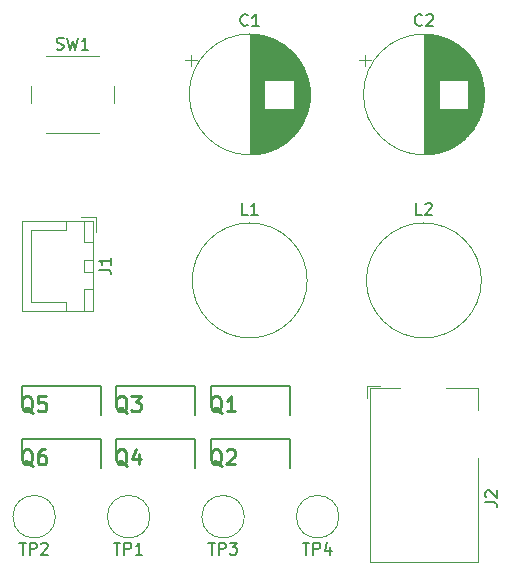
<source format=gto>
G04 #@! TF.GenerationSoftware,KiCad,Pcbnew,(5.1.5)-3*
G04 #@! TF.CreationDate,2020-03-31T15:27:33+09:00*
G04 #@! TF.ProjectId,CAL_V_Simulation_circuit,43414c5f-565f-4536-996d-756c6174696f,rev?*
G04 #@! TF.SameCoordinates,Original*
G04 #@! TF.FileFunction,Legend,Top*
G04 #@! TF.FilePolarity,Positive*
%FSLAX46Y46*%
G04 Gerber Fmt 4.6, Leading zero omitted, Abs format (unit mm)*
G04 Created by KiCad (PCBNEW (5.1.5)-3) date 2020-03-31 15:27:33*
%MOMM*%
%LPD*%
G04 APERTURE LIST*
%ADD10C,0.120000*%
%ADD11C,0.200000*%
%ADD12C,0.150000*%
%ADD13C,0.254000*%
G04 APERTURE END LIST*
D10*
X100370000Y-125000000D02*
G75*
G03X100370000Y-125000000I-4870000J0D01*
G01*
X75770354Y-105875000D02*
X75770354Y-106875000D01*
X75270354Y-106375000D02*
X76270354Y-106375000D01*
X85831000Y-108651000D02*
X85831000Y-109849000D01*
X85791000Y-108388000D02*
X85791000Y-110112000D01*
X85751000Y-108188000D02*
X85751000Y-110312000D01*
X85711000Y-108020000D02*
X85711000Y-110480000D01*
X85671000Y-107872000D02*
X85671000Y-110628000D01*
X85631000Y-107740000D02*
X85631000Y-110760000D01*
X85591000Y-107620000D02*
X85591000Y-110880000D01*
X85551000Y-107508000D02*
X85551000Y-110992000D01*
X85511000Y-107404000D02*
X85511000Y-111096000D01*
X85471000Y-107306000D02*
X85471000Y-111194000D01*
X85431000Y-107213000D02*
X85431000Y-111287000D01*
X85391000Y-107125000D02*
X85391000Y-111375000D01*
X85351000Y-107041000D02*
X85351000Y-111459000D01*
X85311000Y-106961000D02*
X85311000Y-111539000D01*
X85271000Y-106885000D02*
X85271000Y-111615000D01*
X85231000Y-106811000D02*
X85231000Y-111689000D01*
X85191000Y-106740000D02*
X85191000Y-111760000D01*
X85151000Y-106671000D02*
X85151000Y-111829000D01*
X85111000Y-106605000D02*
X85111000Y-111895000D01*
X85071000Y-106541000D02*
X85071000Y-111959000D01*
X85031000Y-106480000D02*
X85031000Y-112020000D01*
X84991000Y-106420000D02*
X84991000Y-112080000D01*
X84951000Y-106361000D02*
X84951000Y-112139000D01*
X84911000Y-106305000D02*
X84911000Y-112195000D01*
X84871000Y-106250000D02*
X84871000Y-112250000D01*
X84831000Y-106196000D02*
X84831000Y-112304000D01*
X84791000Y-106144000D02*
X84791000Y-112356000D01*
X84751000Y-106094000D02*
X84751000Y-112406000D01*
X84711000Y-106044000D02*
X84711000Y-112456000D01*
X84671000Y-105996000D02*
X84671000Y-112504000D01*
X84631000Y-105949000D02*
X84631000Y-112551000D01*
X84591000Y-105903000D02*
X84591000Y-112597000D01*
X84551000Y-105858000D02*
X84551000Y-112642000D01*
X84511000Y-105814000D02*
X84511000Y-112686000D01*
X84471000Y-110491000D02*
X84471000Y-112728000D01*
X84471000Y-105772000D02*
X84471000Y-108009000D01*
X84431000Y-110491000D02*
X84431000Y-112770000D01*
X84431000Y-105730000D02*
X84431000Y-108009000D01*
X84391000Y-110491000D02*
X84391000Y-112811000D01*
X84391000Y-105689000D02*
X84391000Y-108009000D01*
X84351000Y-110491000D02*
X84351000Y-112851000D01*
X84351000Y-105649000D02*
X84351000Y-108009000D01*
X84311000Y-110491000D02*
X84311000Y-112890000D01*
X84311000Y-105610000D02*
X84311000Y-108009000D01*
X84271000Y-110491000D02*
X84271000Y-112929000D01*
X84271000Y-105571000D02*
X84271000Y-108009000D01*
X84231000Y-110491000D02*
X84231000Y-112966000D01*
X84231000Y-105534000D02*
X84231000Y-108009000D01*
X84191000Y-110491000D02*
X84191000Y-113003000D01*
X84191000Y-105497000D02*
X84191000Y-108009000D01*
X84151000Y-110491000D02*
X84151000Y-113039000D01*
X84151000Y-105461000D02*
X84151000Y-108009000D01*
X84111000Y-110491000D02*
X84111000Y-113074000D01*
X84111000Y-105426000D02*
X84111000Y-108009000D01*
X84071000Y-110491000D02*
X84071000Y-113108000D01*
X84071000Y-105392000D02*
X84071000Y-108009000D01*
X84031000Y-110491000D02*
X84031000Y-113142000D01*
X84031000Y-105358000D02*
X84031000Y-108009000D01*
X83991000Y-110491000D02*
X83991000Y-113175000D01*
X83991000Y-105325000D02*
X83991000Y-108009000D01*
X83951000Y-110491000D02*
X83951000Y-113207000D01*
X83951000Y-105293000D02*
X83951000Y-108009000D01*
X83911000Y-110491000D02*
X83911000Y-113239000D01*
X83911000Y-105261000D02*
X83911000Y-108009000D01*
X83871000Y-110491000D02*
X83871000Y-113270000D01*
X83871000Y-105230000D02*
X83871000Y-108009000D01*
X83831000Y-110491000D02*
X83831000Y-113300000D01*
X83831000Y-105200000D02*
X83831000Y-108009000D01*
X83791000Y-110491000D02*
X83791000Y-113330000D01*
X83791000Y-105170000D02*
X83791000Y-108009000D01*
X83751000Y-110491000D02*
X83751000Y-113360000D01*
X83751000Y-105140000D02*
X83751000Y-108009000D01*
X83711000Y-110491000D02*
X83711000Y-113388000D01*
X83711000Y-105112000D02*
X83711000Y-108009000D01*
X83671000Y-110491000D02*
X83671000Y-113416000D01*
X83671000Y-105084000D02*
X83671000Y-108009000D01*
X83631000Y-110491000D02*
X83631000Y-113444000D01*
X83631000Y-105056000D02*
X83631000Y-108009000D01*
X83591000Y-110491000D02*
X83591000Y-113471000D01*
X83591000Y-105029000D02*
X83591000Y-108009000D01*
X83551000Y-110491000D02*
X83551000Y-113497000D01*
X83551000Y-105003000D02*
X83551000Y-108009000D01*
X83511000Y-110491000D02*
X83511000Y-113523000D01*
X83511000Y-104977000D02*
X83511000Y-108009000D01*
X83471000Y-110491000D02*
X83471000Y-113548000D01*
X83471000Y-104952000D02*
X83471000Y-108009000D01*
X83431000Y-110491000D02*
X83431000Y-113573000D01*
X83431000Y-104927000D02*
X83431000Y-108009000D01*
X83391000Y-110491000D02*
X83391000Y-113597000D01*
X83391000Y-104903000D02*
X83391000Y-108009000D01*
X83351000Y-110491000D02*
X83351000Y-113621000D01*
X83351000Y-104879000D02*
X83351000Y-108009000D01*
X83311000Y-110491000D02*
X83311000Y-113645000D01*
X83311000Y-104855000D02*
X83311000Y-108009000D01*
X83271000Y-110491000D02*
X83271000Y-113667000D01*
X83271000Y-104833000D02*
X83271000Y-108009000D01*
X83231000Y-110491000D02*
X83231000Y-113690000D01*
X83231000Y-104810000D02*
X83231000Y-108009000D01*
X83191000Y-110491000D02*
X83191000Y-113712000D01*
X83191000Y-104788000D02*
X83191000Y-108009000D01*
X83151000Y-110491000D02*
X83151000Y-113733000D01*
X83151000Y-104767000D02*
X83151000Y-108009000D01*
X83111000Y-110491000D02*
X83111000Y-113754000D01*
X83111000Y-104746000D02*
X83111000Y-108009000D01*
X83071000Y-110491000D02*
X83071000Y-113775000D01*
X83071000Y-104725000D02*
X83071000Y-108009000D01*
X83031000Y-110491000D02*
X83031000Y-113795000D01*
X83031000Y-104705000D02*
X83031000Y-108009000D01*
X82991000Y-110491000D02*
X82991000Y-113814000D01*
X82991000Y-104686000D02*
X82991000Y-108009000D01*
X82951000Y-110491000D02*
X82951000Y-113834000D01*
X82951000Y-104666000D02*
X82951000Y-108009000D01*
X82911000Y-110491000D02*
X82911000Y-113853000D01*
X82911000Y-104647000D02*
X82911000Y-108009000D01*
X82871000Y-110491000D02*
X82871000Y-113871000D01*
X82871000Y-104629000D02*
X82871000Y-108009000D01*
X82831000Y-110491000D02*
X82831000Y-113889000D01*
X82831000Y-104611000D02*
X82831000Y-108009000D01*
X82791000Y-110491000D02*
X82791000Y-113907000D01*
X82791000Y-104593000D02*
X82791000Y-108009000D01*
X82751000Y-110491000D02*
X82751000Y-113924000D01*
X82751000Y-104576000D02*
X82751000Y-108009000D01*
X82711000Y-110491000D02*
X82711000Y-113940000D01*
X82711000Y-104560000D02*
X82711000Y-108009000D01*
X82671000Y-110491000D02*
X82671000Y-113957000D01*
X82671000Y-104543000D02*
X82671000Y-108009000D01*
X82631000Y-110491000D02*
X82631000Y-113973000D01*
X82631000Y-104527000D02*
X82631000Y-108009000D01*
X82591000Y-110491000D02*
X82591000Y-113988000D01*
X82591000Y-104512000D02*
X82591000Y-108009000D01*
X82551000Y-110491000D02*
X82551000Y-114004000D01*
X82551000Y-104496000D02*
X82551000Y-108009000D01*
X82511000Y-110491000D02*
X82511000Y-114018000D01*
X82511000Y-104482000D02*
X82511000Y-108009000D01*
X82471000Y-110491000D02*
X82471000Y-114033000D01*
X82471000Y-104467000D02*
X82471000Y-108009000D01*
X82431000Y-110491000D02*
X82431000Y-114047000D01*
X82431000Y-104453000D02*
X82431000Y-108009000D01*
X82391000Y-110491000D02*
X82391000Y-114061000D01*
X82391000Y-104439000D02*
X82391000Y-108009000D01*
X82351000Y-110491000D02*
X82351000Y-114074000D01*
X82351000Y-104426000D02*
X82351000Y-108009000D01*
X82311000Y-110491000D02*
X82311000Y-114087000D01*
X82311000Y-104413000D02*
X82311000Y-108009000D01*
X82271000Y-110491000D02*
X82271000Y-114100000D01*
X82271000Y-104400000D02*
X82271000Y-108009000D01*
X82231000Y-110491000D02*
X82231000Y-114112000D01*
X82231000Y-104388000D02*
X82231000Y-108009000D01*
X82191000Y-110491000D02*
X82191000Y-114124000D01*
X82191000Y-104376000D02*
X82191000Y-108009000D01*
X82151000Y-110491000D02*
X82151000Y-114135000D01*
X82151000Y-104365000D02*
X82151000Y-108009000D01*
X82111000Y-110491000D02*
X82111000Y-114147000D01*
X82111000Y-104353000D02*
X82111000Y-108009000D01*
X82071000Y-110491000D02*
X82071000Y-114157000D01*
X82071000Y-104343000D02*
X82071000Y-108009000D01*
X82031000Y-110491000D02*
X82031000Y-114168000D01*
X82031000Y-104332000D02*
X82031000Y-108009000D01*
X81991000Y-104322000D02*
X81991000Y-114178000D01*
X81951000Y-104312000D02*
X81951000Y-114188000D01*
X81911000Y-104303000D02*
X81911000Y-114197000D01*
X81871000Y-104294000D02*
X81871000Y-114206000D01*
X81831000Y-104285000D02*
X81831000Y-114215000D01*
X81791000Y-104276000D02*
X81791000Y-114224000D01*
X81751000Y-104268000D02*
X81751000Y-114232000D01*
X81711000Y-104260000D02*
X81711000Y-114240000D01*
X81671000Y-104253000D02*
X81671000Y-114247000D01*
X81631000Y-104246000D02*
X81631000Y-114254000D01*
X81591000Y-104239000D02*
X81591000Y-114261000D01*
X81551000Y-104232000D02*
X81551000Y-114268000D01*
X81511000Y-104226000D02*
X81511000Y-114274000D01*
X81471000Y-104220000D02*
X81471000Y-114280000D01*
X81430000Y-104215000D02*
X81430000Y-114285000D01*
X81390000Y-104210000D02*
X81390000Y-114290000D01*
X81350000Y-104205000D02*
X81350000Y-114295000D01*
X81310000Y-104200000D02*
X81310000Y-114300000D01*
X81270000Y-104196000D02*
X81270000Y-114304000D01*
X81230000Y-104192000D02*
X81230000Y-114308000D01*
X81190000Y-104188000D02*
X81190000Y-114312000D01*
X81150000Y-104185000D02*
X81150000Y-114315000D01*
X81110000Y-104182000D02*
X81110000Y-114318000D01*
X81070000Y-104180000D02*
X81070000Y-114320000D01*
X81030000Y-104177000D02*
X81030000Y-114323000D01*
X80990000Y-104175000D02*
X80990000Y-114325000D01*
X80950000Y-104173000D02*
X80950000Y-114327000D01*
X80910000Y-104172000D02*
X80910000Y-114328000D01*
X80870000Y-104171000D02*
X80870000Y-114329000D01*
X80830000Y-104170000D02*
X80830000Y-114330000D01*
X80790000Y-104170000D02*
X80790000Y-114330000D01*
X80750000Y-104170000D02*
X80750000Y-114330000D01*
X85870000Y-109250000D02*
G75*
G03X85870000Y-109250000I-5120000J0D01*
G01*
X100620000Y-109250000D02*
G75*
G03X100620000Y-109250000I-5120000J0D01*
G01*
X95500000Y-104170000D02*
X95500000Y-114330000D01*
X95540000Y-104170000D02*
X95540000Y-114330000D01*
X95580000Y-104170000D02*
X95580000Y-114330000D01*
X95620000Y-104171000D02*
X95620000Y-114329000D01*
X95660000Y-104172000D02*
X95660000Y-114328000D01*
X95700000Y-104173000D02*
X95700000Y-114327000D01*
X95740000Y-104175000D02*
X95740000Y-114325000D01*
X95780000Y-104177000D02*
X95780000Y-114323000D01*
X95820000Y-104180000D02*
X95820000Y-114320000D01*
X95860000Y-104182000D02*
X95860000Y-114318000D01*
X95900000Y-104185000D02*
X95900000Y-114315000D01*
X95940000Y-104188000D02*
X95940000Y-114312000D01*
X95980000Y-104192000D02*
X95980000Y-114308000D01*
X96020000Y-104196000D02*
X96020000Y-114304000D01*
X96060000Y-104200000D02*
X96060000Y-114300000D01*
X96100000Y-104205000D02*
X96100000Y-114295000D01*
X96140000Y-104210000D02*
X96140000Y-114290000D01*
X96180000Y-104215000D02*
X96180000Y-114285000D01*
X96221000Y-104220000D02*
X96221000Y-114280000D01*
X96261000Y-104226000D02*
X96261000Y-114274000D01*
X96301000Y-104232000D02*
X96301000Y-114268000D01*
X96341000Y-104239000D02*
X96341000Y-114261000D01*
X96381000Y-104246000D02*
X96381000Y-114254000D01*
X96421000Y-104253000D02*
X96421000Y-114247000D01*
X96461000Y-104260000D02*
X96461000Y-114240000D01*
X96501000Y-104268000D02*
X96501000Y-114232000D01*
X96541000Y-104276000D02*
X96541000Y-114224000D01*
X96581000Y-104285000D02*
X96581000Y-114215000D01*
X96621000Y-104294000D02*
X96621000Y-114206000D01*
X96661000Y-104303000D02*
X96661000Y-114197000D01*
X96701000Y-104312000D02*
X96701000Y-114188000D01*
X96741000Y-104322000D02*
X96741000Y-114178000D01*
X96781000Y-104332000D02*
X96781000Y-108009000D01*
X96781000Y-110491000D02*
X96781000Y-114168000D01*
X96821000Y-104343000D02*
X96821000Y-108009000D01*
X96821000Y-110491000D02*
X96821000Y-114157000D01*
X96861000Y-104353000D02*
X96861000Y-108009000D01*
X96861000Y-110491000D02*
X96861000Y-114147000D01*
X96901000Y-104365000D02*
X96901000Y-108009000D01*
X96901000Y-110491000D02*
X96901000Y-114135000D01*
X96941000Y-104376000D02*
X96941000Y-108009000D01*
X96941000Y-110491000D02*
X96941000Y-114124000D01*
X96981000Y-104388000D02*
X96981000Y-108009000D01*
X96981000Y-110491000D02*
X96981000Y-114112000D01*
X97021000Y-104400000D02*
X97021000Y-108009000D01*
X97021000Y-110491000D02*
X97021000Y-114100000D01*
X97061000Y-104413000D02*
X97061000Y-108009000D01*
X97061000Y-110491000D02*
X97061000Y-114087000D01*
X97101000Y-104426000D02*
X97101000Y-108009000D01*
X97101000Y-110491000D02*
X97101000Y-114074000D01*
X97141000Y-104439000D02*
X97141000Y-108009000D01*
X97141000Y-110491000D02*
X97141000Y-114061000D01*
X97181000Y-104453000D02*
X97181000Y-108009000D01*
X97181000Y-110491000D02*
X97181000Y-114047000D01*
X97221000Y-104467000D02*
X97221000Y-108009000D01*
X97221000Y-110491000D02*
X97221000Y-114033000D01*
X97261000Y-104482000D02*
X97261000Y-108009000D01*
X97261000Y-110491000D02*
X97261000Y-114018000D01*
X97301000Y-104496000D02*
X97301000Y-108009000D01*
X97301000Y-110491000D02*
X97301000Y-114004000D01*
X97341000Y-104512000D02*
X97341000Y-108009000D01*
X97341000Y-110491000D02*
X97341000Y-113988000D01*
X97381000Y-104527000D02*
X97381000Y-108009000D01*
X97381000Y-110491000D02*
X97381000Y-113973000D01*
X97421000Y-104543000D02*
X97421000Y-108009000D01*
X97421000Y-110491000D02*
X97421000Y-113957000D01*
X97461000Y-104560000D02*
X97461000Y-108009000D01*
X97461000Y-110491000D02*
X97461000Y-113940000D01*
X97501000Y-104576000D02*
X97501000Y-108009000D01*
X97501000Y-110491000D02*
X97501000Y-113924000D01*
X97541000Y-104593000D02*
X97541000Y-108009000D01*
X97541000Y-110491000D02*
X97541000Y-113907000D01*
X97581000Y-104611000D02*
X97581000Y-108009000D01*
X97581000Y-110491000D02*
X97581000Y-113889000D01*
X97621000Y-104629000D02*
X97621000Y-108009000D01*
X97621000Y-110491000D02*
X97621000Y-113871000D01*
X97661000Y-104647000D02*
X97661000Y-108009000D01*
X97661000Y-110491000D02*
X97661000Y-113853000D01*
X97701000Y-104666000D02*
X97701000Y-108009000D01*
X97701000Y-110491000D02*
X97701000Y-113834000D01*
X97741000Y-104686000D02*
X97741000Y-108009000D01*
X97741000Y-110491000D02*
X97741000Y-113814000D01*
X97781000Y-104705000D02*
X97781000Y-108009000D01*
X97781000Y-110491000D02*
X97781000Y-113795000D01*
X97821000Y-104725000D02*
X97821000Y-108009000D01*
X97821000Y-110491000D02*
X97821000Y-113775000D01*
X97861000Y-104746000D02*
X97861000Y-108009000D01*
X97861000Y-110491000D02*
X97861000Y-113754000D01*
X97901000Y-104767000D02*
X97901000Y-108009000D01*
X97901000Y-110491000D02*
X97901000Y-113733000D01*
X97941000Y-104788000D02*
X97941000Y-108009000D01*
X97941000Y-110491000D02*
X97941000Y-113712000D01*
X97981000Y-104810000D02*
X97981000Y-108009000D01*
X97981000Y-110491000D02*
X97981000Y-113690000D01*
X98021000Y-104833000D02*
X98021000Y-108009000D01*
X98021000Y-110491000D02*
X98021000Y-113667000D01*
X98061000Y-104855000D02*
X98061000Y-108009000D01*
X98061000Y-110491000D02*
X98061000Y-113645000D01*
X98101000Y-104879000D02*
X98101000Y-108009000D01*
X98101000Y-110491000D02*
X98101000Y-113621000D01*
X98141000Y-104903000D02*
X98141000Y-108009000D01*
X98141000Y-110491000D02*
X98141000Y-113597000D01*
X98181000Y-104927000D02*
X98181000Y-108009000D01*
X98181000Y-110491000D02*
X98181000Y-113573000D01*
X98221000Y-104952000D02*
X98221000Y-108009000D01*
X98221000Y-110491000D02*
X98221000Y-113548000D01*
X98261000Y-104977000D02*
X98261000Y-108009000D01*
X98261000Y-110491000D02*
X98261000Y-113523000D01*
X98301000Y-105003000D02*
X98301000Y-108009000D01*
X98301000Y-110491000D02*
X98301000Y-113497000D01*
X98341000Y-105029000D02*
X98341000Y-108009000D01*
X98341000Y-110491000D02*
X98341000Y-113471000D01*
X98381000Y-105056000D02*
X98381000Y-108009000D01*
X98381000Y-110491000D02*
X98381000Y-113444000D01*
X98421000Y-105084000D02*
X98421000Y-108009000D01*
X98421000Y-110491000D02*
X98421000Y-113416000D01*
X98461000Y-105112000D02*
X98461000Y-108009000D01*
X98461000Y-110491000D02*
X98461000Y-113388000D01*
X98501000Y-105140000D02*
X98501000Y-108009000D01*
X98501000Y-110491000D02*
X98501000Y-113360000D01*
X98541000Y-105170000D02*
X98541000Y-108009000D01*
X98541000Y-110491000D02*
X98541000Y-113330000D01*
X98581000Y-105200000D02*
X98581000Y-108009000D01*
X98581000Y-110491000D02*
X98581000Y-113300000D01*
X98621000Y-105230000D02*
X98621000Y-108009000D01*
X98621000Y-110491000D02*
X98621000Y-113270000D01*
X98661000Y-105261000D02*
X98661000Y-108009000D01*
X98661000Y-110491000D02*
X98661000Y-113239000D01*
X98701000Y-105293000D02*
X98701000Y-108009000D01*
X98701000Y-110491000D02*
X98701000Y-113207000D01*
X98741000Y-105325000D02*
X98741000Y-108009000D01*
X98741000Y-110491000D02*
X98741000Y-113175000D01*
X98781000Y-105358000D02*
X98781000Y-108009000D01*
X98781000Y-110491000D02*
X98781000Y-113142000D01*
X98821000Y-105392000D02*
X98821000Y-108009000D01*
X98821000Y-110491000D02*
X98821000Y-113108000D01*
X98861000Y-105426000D02*
X98861000Y-108009000D01*
X98861000Y-110491000D02*
X98861000Y-113074000D01*
X98901000Y-105461000D02*
X98901000Y-108009000D01*
X98901000Y-110491000D02*
X98901000Y-113039000D01*
X98941000Y-105497000D02*
X98941000Y-108009000D01*
X98941000Y-110491000D02*
X98941000Y-113003000D01*
X98981000Y-105534000D02*
X98981000Y-108009000D01*
X98981000Y-110491000D02*
X98981000Y-112966000D01*
X99021000Y-105571000D02*
X99021000Y-108009000D01*
X99021000Y-110491000D02*
X99021000Y-112929000D01*
X99061000Y-105610000D02*
X99061000Y-108009000D01*
X99061000Y-110491000D02*
X99061000Y-112890000D01*
X99101000Y-105649000D02*
X99101000Y-108009000D01*
X99101000Y-110491000D02*
X99101000Y-112851000D01*
X99141000Y-105689000D02*
X99141000Y-108009000D01*
X99141000Y-110491000D02*
X99141000Y-112811000D01*
X99181000Y-105730000D02*
X99181000Y-108009000D01*
X99181000Y-110491000D02*
X99181000Y-112770000D01*
X99221000Y-105772000D02*
X99221000Y-108009000D01*
X99221000Y-110491000D02*
X99221000Y-112728000D01*
X99261000Y-105814000D02*
X99261000Y-112686000D01*
X99301000Y-105858000D02*
X99301000Y-112642000D01*
X99341000Y-105903000D02*
X99341000Y-112597000D01*
X99381000Y-105949000D02*
X99381000Y-112551000D01*
X99421000Y-105996000D02*
X99421000Y-112504000D01*
X99461000Y-106044000D02*
X99461000Y-112456000D01*
X99501000Y-106094000D02*
X99501000Y-112406000D01*
X99541000Y-106144000D02*
X99541000Y-112356000D01*
X99581000Y-106196000D02*
X99581000Y-112304000D01*
X99621000Y-106250000D02*
X99621000Y-112250000D01*
X99661000Y-106305000D02*
X99661000Y-112195000D01*
X99701000Y-106361000D02*
X99701000Y-112139000D01*
X99741000Y-106420000D02*
X99741000Y-112080000D01*
X99781000Y-106480000D02*
X99781000Y-112020000D01*
X99821000Y-106541000D02*
X99821000Y-111959000D01*
X99861000Y-106605000D02*
X99861000Y-111895000D01*
X99901000Y-106671000D02*
X99901000Y-111829000D01*
X99941000Y-106740000D02*
X99941000Y-111760000D01*
X99981000Y-106811000D02*
X99981000Y-111689000D01*
X100021000Y-106885000D02*
X100021000Y-111615000D01*
X100061000Y-106961000D02*
X100061000Y-111539000D01*
X100101000Y-107041000D02*
X100101000Y-111459000D01*
X100141000Y-107125000D02*
X100141000Y-111375000D01*
X100181000Y-107213000D02*
X100181000Y-111287000D01*
X100221000Y-107306000D02*
X100221000Y-111194000D01*
X100261000Y-107404000D02*
X100261000Y-111096000D01*
X100301000Y-107508000D02*
X100301000Y-110992000D01*
X100341000Y-107620000D02*
X100341000Y-110880000D01*
X100381000Y-107740000D02*
X100381000Y-110760000D01*
X100421000Y-107872000D02*
X100421000Y-110628000D01*
X100461000Y-108020000D02*
X100461000Y-110480000D01*
X100501000Y-108188000D02*
X100501000Y-110312000D01*
X100541000Y-108388000D02*
X100541000Y-110112000D01*
X100581000Y-108651000D02*
X100581000Y-109849000D01*
X90020354Y-106375000D02*
X91020354Y-106375000D01*
X90520354Y-105875000D02*
X90520354Y-106875000D01*
X67460000Y-119940000D02*
X61490000Y-119940000D01*
X61490000Y-119940000D02*
X61490000Y-127560000D01*
X61490000Y-127560000D02*
X67460000Y-127560000D01*
X67460000Y-127560000D02*
X67460000Y-119940000D01*
X67450000Y-123250000D02*
X66700000Y-123250000D01*
X66700000Y-123250000D02*
X66700000Y-124250000D01*
X66700000Y-124250000D02*
X67450000Y-124250000D01*
X67450000Y-124250000D02*
X67450000Y-123250000D01*
X67450000Y-119950000D02*
X66700000Y-119950000D01*
X66700000Y-119950000D02*
X66700000Y-121750000D01*
X66700000Y-121750000D02*
X67450000Y-121750000D01*
X67450000Y-121750000D02*
X67450000Y-119950000D01*
X67450000Y-125750000D02*
X66700000Y-125750000D01*
X66700000Y-125750000D02*
X66700000Y-127550000D01*
X66700000Y-127550000D02*
X67450000Y-127550000D01*
X67450000Y-127550000D02*
X67450000Y-125750000D01*
X65200000Y-119950000D02*
X65200000Y-120700000D01*
X65200000Y-120700000D02*
X62250000Y-120700000D01*
X62250000Y-120700000D02*
X62250000Y-123750000D01*
X65200000Y-127550000D02*
X65200000Y-126800000D01*
X65200000Y-126800000D02*
X62250000Y-126800000D01*
X62250000Y-126800000D02*
X62250000Y-123750000D01*
X67750000Y-120900000D02*
X67750000Y-119650000D01*
X67750000Y-119650000D02*
X66500000Y-119650000D01*
X91750000Y-133900000D02*
X90700000Y-133900000D01*
X90700000Y-134950000D02*
X90700000Y-133900000D01*
X100100000Y-140000000D02*
X100100000Y-148800000D01*
X100100000Y-148800000D02*
X90900000Y-148800000D01*
X97400000Y-134100000D02*
X100100000Y-134100000D01*
X100100000Y-134100000D02*
X100100000Y-136000000D01*
X90900000Y-148800000D02*
X90900000Y-134100000D01*
X90900000Y-134100000D02*
X93500000Y-134100000D01*
X85620000Y-125000000D02*
G75*
G03X85620000Y-125000000I-4870000J0D01*
G01*
D11*
X84150000Y-136400000D02*
X84150000Y-133900000D01*
X84150000Y-133900000D02*
X77450000Y-133900000D01*
X77450000Y-133900000D02*
X77450000Y-135500000D01*
X84150000Y-140900000D02*
X84150000Y-138400000D01*
X84150000Y-138400000D02*
X77450000Y-138400000D01*
X77450000Y-138400000D02*
X77450000Y-140000000D01*
X69450000Y-133900000D02*
X69450000Y-135500000D01*
X76150000Y-133900000D02*
X69450000Y-133900000D01*
X76150000Y-136400000D02*
X76150000Y-133900000D01*
X69450000Y-138400000D02*
X69450000Y-140000000D01*
X76150000Y-138400000D02*
X69450000Y-138400000D01*
X76150000Y-140900000D02*
X76150000Y-138400000D01*
X68150000Y-136400000D02*
X68150000Y-133900000D01*
X68150000Y-133900000D02*
X61450000Y-133900000D01*
X61450000Y-133900000D02*
X61450000Y-135500000D01*
X61450000Y-138400000D02*
X61450000Y-140000000D01*
X68150000Y-138400000D02*
X61450000Y-138400000D01*
X68150000Y-140900000D02*
X68150000Y-138400000D01*
D10*
X63500000Y-112500000D02*
X68000000Y-112500000D01*
X62250000Y-108500000D02*
X62250000Y-110000000D01*
X68000000Y-106000000D02*
X63500000Y-106000000D01*
X69250000Y-110000000D02*
X69250000Y-108500000D01*
X72300000Y-145000000D02*
G75*
G03X72300000Y-145000000I-1800000J0D01*
G01*
X64300000Y-145000000D02*
G75*
G03X64300000Y-145000000I-1800000J0D01*
G01*
X80300000Y-145000000D02*
G75*
G03X80300000Y-145000000I-1800000J0D01*
G01*
X88300000Y-145000000D02*
G75*
G03X88300000Y-145000000I-1800000J0D01*
G01*
D12*
X95333333Y-119452380D02*
X94857142Y-119452380D01*
X94857142Y-118452380D01*
X95619047Y-118547619D02*
X95666666Y-118500000D01*
X95761904Y-118452380D01*
X96000000Y-118452380D01*
X96095238Y-118500000D01*
X96142857Y-118547619D01*
X96190476Y-118642857D01*
X96190476Y-118738095D01*
X96142857Y-118880952D01*
X95571428Y-119452380D01*
X96190476Y-119452380D01*
X80583333Y-103357142D02*
X80535714Y-103404761D01*
X80392857Y-103452380D01*
X80297619Y-103452380D01*
X80154761Y-103404761D01*
X80059523Y-103309523D01*
X80011904Y-103214285D01*
X79964285Y-103023809D01*
X79964285Y-102880952D01*
X80011904Y-102690476D01*
X80059523Y-102595238D01*
X80154761Y-102500000D01*
X80297619Y-102452380D01*
X80392857Y-102452380D01*
X80535714Y-102500000D01*
X80583333Y-102547619D01*
X81535714Y-103452380D02*
X80964285Y-103452380D01*
X81250000Y-103452380D02*
X81250000Y-102452380D01*
X81154761Y-102595238D01*
X81059523Y-102690476D01*
X80964285Y-102738095D01*
X95333333Y-103357142D02*
X95285714Y-103404761D01*
X95142857Y-103452380D01*
X95047619Y-103452380D01*
X94904761Y-103404761D01*
X94809523Y-103309523D01*
X94761904Y-103214285D01*
X94714285Y-103023809D01*
X94714285Y-102880952D01*
X94761904Y-102690476D01*
X94809523Y-102595238D01*
X94904761Y-102500000D01*
X95047619Y-102452380D01*
X95142857Y-102452380D01*
X95285714Y-102500000D01*
X95333333Y-102547619D01*
X95714285Y-102547619D02*
X95761904Y-102500000D01*
X95857142Y-102452380D01*
X96095238Y-102452380D01*
X96190476Y-102500000D01*
X96238095Y-102547619D01*
X96285714Y-102642857D01*
X96285714Y-102738095D01*
X96238095Y-102880952D01*
X95666666Y-103452380D01*
X96285714Y-103452380D01*
X68002380Y-124083333D02*
X68716666Y-124083333D01*
X68859523Y-124130952D01*
X68954761Y-124226190D01*
X69002380Y-124369047D01*
X69002380Y-124464285D01*
X69002380Y-123083333D02*
X69002380Y-123654761D01*
X69002380Y-123369047D02*
X68002380Y-123369047D01*
X68145238Y-123464285D01*
X68240476Y-123559523D01*
X68288095Y-123654761D01*
X100702380Y-143783333D02*
X101416666Y-143783333D01*
X101559523Y-143830952D01*
X101654761Y-143926190D01*
X101702380Y-144069047D01*
X101702380Y-144164285D01*
X100797619Y-143354761D02*
X100750000Y-143307142D01*
X100702380Y-143211904D01*
X100702380Y-142973809D01*
X100750000Y-142878571D01*
X100797619Y-142830952D01*
X100892857Y-142783333D01*
X100988095Y-142783333D01*
X101130952Y-142830952D01*
X101702380Y-143402380D01*
X101702380Y-142783333D01*
X80583333Y-119452380D02*
X80107142Y-119452380D01*
X80107142Y-118452380D01*
X81440476Y-119452380D02*
X80869047Y-119452380D01*
X81154761Y-119452380D02*
X81154761Y-118452380D01*
X81059523Y-118595238D01*
X80964285Y-118690476D01*
X80869047Y-118738095D01*
D13*
X78379047Y-136195476D02*
X78258095Y-136135000D01*
X78137142Y-136014047D01*
X77955714Y-135832619D01*
X77834761Y-135772142D01*
X77713809Y-135772142D01*
X77774285Y-136074523D02*
X77653333Y-136014047D01*
X77532380Y-135893095D01*
X77471904Y-135651190D01*
X77471904Y-135227857D01*
X77532380Y-134985952D01*
X77653333Y-134865000D01*
X77774285Y-134804523D01*
X78016190Y-134804523D01*
X78137142Y-134865000D01*
X78258095Y-134985952D01*
X78318571Y-135227857D01*
X78318571Y-135651190D01*
X78258095Y-135893095D01*
X78137142Y-136014047D01*
X78016190Y-136074523D01*
X77774285Y-136074523D01*
X79528095Y-136074523D02*
X78802380Y-136074523D01*
X79165238Y-136074523D02*
X79165238Y-134804523D01*
X79044285Y-134985952D01*
X78923333Y-135106904D01*
X78802380Y-135167380D01*
X78379047Y-140695476D02*
X78258095Y-140635000D01*
X78137142Y-140514047D01*
X77955714Y-140332619D01*
X77834761Y-140272142D01*
X77713809Y-140272142D01*
X77774285Y-140574523D02*
X77653333Y-140514047D01*
X77532380Y-140393095D01*
X77471904Y-140151190D01*
X77471904Y-139727857D01*
X77532380Y-139485952D01*
X77653333Y-139365000D01*
X77774285Y-139304523D01*
X78016190Y-139304523D01*
X78137142Y-139365000D01*
X78258095Y-139485952D01*
X78318571Y-139727857D01*
X78318571Y-140151190D01*
X78258095Y-140393095D01*
X78137142Y-140514047D01*
X78016190Y-140574523D01*
X77774285Y-140574523D01*
X78802380Y-139425476D02*
X78862857Y-139365000D01*
X78983809Y-139304523D01*
X79286190Y-139304523D01*
X79407142Y-139365000D01*
X79467619Y-139425476D01*
X79528095Y-139546428D01*
X79528095Y-139667380D01*
X79467619Y-139848809D01*
X78741904Y-140574523D01*
X79528095Y-140574523D01*
X70379047Y-136195476D02*
X70258095Y-136135000D01*
X70137142Y-136014047D01*
X69955714Y-135832619D01*
X69834761Y-135772142D01*
X69713809Y-135772142D01*
X69774285Y-136074523D02*
X69653333Y-136014047D01*
X69532380Y-135893095D01*
X69471904Y-135651190D01*
X69471904Y-135227857D01*
X69532380Y-134985952D01*
X69653333Y-134865000D01*
X69774285Y-134804523D01*
X70016190Y-134804523D01*
X70137142Y-134865000D01*
X70258095Y-134985952D01*
X70318571Y-135227857D01*
X70318571Y-135651190D01*
X70258095Y-135893095D01*
X70137142Y-136014047D01*
X70016190Y-136074523D01*
X69774285Y-136074523D01*
X70741904Y-134804523D02*
X71528095Y-134804523D01*
X71104761Y-135288333D01*
X71286190Y-135288333D01*
X71407142Y-135348809D01*
X71467619Y-135409285D01*
X71528095Y-135530238D01*
X71528095Y-135832619D01*
X71467619Y-135953571D01*
X71407142Y-136014047D01*
X71286190Y-136074523D01*
X70923333Y-136074523D01*
X70802380Y-136014047D01*
X70741904Y-135953571D01*
X70379047Y-140695476D02*
X70258095Y-140635000D01*
X70137142Y-140514047D01*
X69955714Y-140332619D01*
X69834761Y-140272142D01*
X69713809Y-140272142D01*
X69774285Y-140574523D02*
X69653333Y-140514047D01*
X69532380Y-140393095D01*
X69471904Y-140151190D01*
X69471904Y-139727857D01*
X69532380Y-139485952D01*
X69653333Y-139365000D01*
X69774285Y-139304523D01*
X70016190Y-139304523D01*
X70137142Y-139365000D01*
X70258095Y-139485952D01*
X70318571Y-139727857D01*
X70318571Y-140151190D01*
X70258095Y-140393095D01*
X70137142Y-140514047D01*
X70016190Y-140574523D01*
X69774285Y-140574523D01*
X71407142Y-139727857D02*
X71407142Y-140574523D01*
X71104761Y-139244047D02*
X70802380Y-140151190D01*
X71588571Y-140151190D01*
X62379047Y-136195476D02*
X62258095Y-136135000D01*
X62137142Y-136014047D01*
X61955714Y-135832619D01*
X61834761Y-135772142D01*
X61713809Y-135772142D01*
X61774285Y-136074523D02*
X61653333Y-136014047D01*
X61532380Y-135893095D01*
X61471904Y-135651190D01*
X61471904Y-135227857D01*
X61532380Y-134985952D01*
X61653333Y-134865000D01*
X61774285Y-134804523D01*
X62016190Y-134804523D01*
X62137142Y-134865000D01*
X62258095Y-134985952D01*
X62318571Y-135227857D01*
X62318571Y-135651190D01*
X62258095Y-135893095D01*
X62137142Y-136014047D01*
X62016190Y-136074523D01*
X61774285Y-136074523D01*
X63467619Y-134804523D02*
X62862857Y-134804523D01*
X62802380Y-135409285D01*
X62862857Y-135348809D01*
X62983809Y-135288333D01*
X63286190Y-135288333D01*
X63407142Y-135348809D01*
X63467619Y-135409285D01*
X63528095Y-135530238D01*
X63528095Y-135832619D01*
X63467619Y-135953571D01*
X63407142Y-136014047D01*
X63286190Y-136074523D01*
X62983809Y-136074523D01*
X62862857Y-136014047D01*
X62802380Y-135953571D01*
X62379047Y-140695476D02*
X62258095Y-140635000D01*
X62137142Y-140514047D01*
X61955714Y-140332619D01*
X61834761Y-140272142D01*
X61713809Y-140272142D01*
X61774285Y-140574523D02*
X61653333Y-140514047D01*
X61532380Y-140393095D01*
X61471904Y-140151190D01*
X61471904Y-139727857D01*
X61532380Y-139485952D01*
X61653333Y-139365000D01*
X61774285Y-139304523D01*
X62016190Y-139304523D01*
X62137142Y-139365000D01*
X62258095Y-139485952D01*
X62318571Y-139727857D01*
X62318571Y-140151190D01*
X62258095Y-140393095D01*
X62137142Y-140514047D01*
X62016190Y-140574523D01*
X61774285Y-140574523D01*
X63407142Y-139304523D02*
X63165238Y-139304523D01*
X63044285Y-139365000D01*
X62983809Y-139425476D01*
X62862857Y-139606904D01*
X62802380Y-139848809D01*
X62802380Y-140332619D01*
X62862857Y-140453571D01*
X62923333Y-140514047D01*
X63044285Y-140574523D01*
X63286190Y-140574523D01*
X63407142Y-140514047D01*
X63467619Y-140453571D01*
X63528095Y-140332619D01*
X63528095Y-140030238D01*
X63467619Y-139909285D01*
X63407142Y-139848809D01*
X63286190Y-139788333D01*
X63044285Y-139788333D01*
X62923333Y-139848809D01*
X62862857Y-139909285D01*
X62802380Y-140030238D01*
D12*
X64416666Y-105404761D02*
X64559523Y-105452380D01*
X64797619Y-105452380D01*
X64892857Y-105404761D01*
X64940476Y-105357142D01*
X64988095Y-105261904D01*
X64988095Y-105166666D01*
X64940476Y-105071428D01*
X64892857Y-105023809D01*
X64797619Y-104976190D01*
X64607142Y-104928571D01*
X64511904Y-104880952D01*
X64464285Y-104833333D01*
X64416666Y-104738095D01*
X64416666Y-104642857D01*
X64464285Y-104547619D01*
X64511904Y-104500000D01*
X64607142Y-104452380D01*
X64845238Y-104452380D01*
X64988095Y-104500000D01*
X65321428Y-104452380D02*
X65559523Y-105452380D01*
X65750000Y-104738095D01*
X65940476Y-105452380D01*
X66178571Y-104452380D01*
X67083333Y-105452380D02*
X66511904Y-105452380D01*
X66797619Y-105452380D02*
X66797619Y-104452380D01*
X66702380Y-104595238D01*
X66607142Y-104690476D01*
X66511904Y-104738095D01*
X69238095Y-147202380D02*
X69809523Y-147202380D01*
X69523809Y-148202380D02*
X69523809Y-147202380D01*
X70142857Y-148202380D02*
X70142857Y-147202380D01*
X70523809Y-147202380D01*
X70619047Y-147250000D01*
X70666666Y-147297619D01*
X70714285Y-147392857D01*
X70714285Y-147535714D01*
X70666666Y-147630952D01*
X70619047Y-147678571D01*
X70523809Y-147726190D01*
X70142857Y-147726190D01*
X71666666Y-148202380D02*
X71095238Y-148202380D01*
X71380952Y-148202380D02*
X71380952Y-147202380D01*
X71285714Y-147345238D01*
X71190476Y-147440476D01*
X71095238Y-147488095D01*
X61238095Y-147202380D02*
X61809523Y-147202380D01*
X61523809Y-148202380D02*
X61523809Y-147202380D01*
X62142857Y-148202380D02*
X62142857Y-147202380D01*
X62523809Y-147202380D01*
X62619047Y-147250000D01*
X62666666Y-147297619D01*
X62714285Y-147392857D01*
X62714285Y-147535714D01*
X62666666Y-147630952D01*
X62619047Y-147678571D01*
X62523809Y-147726190D01*
X62142857Y-147726190D01*
X63095238Y-147297619D02*
X63142857Y-147250000D01*
X63238095Y-147202380D01*
X63476190Y-147202380D01*
X63571428Y-147250000D01*
X63619047Y-147297619D01*
X63666666Y-147392857D01*
X63666666Y-147488095D01*
X63619047Y-147630952D01*
X63047619Y-148202380D01*
X63666666Y-148202380D01*
X77238095Y-147202380D02*
X77809523Y-147202380D01*
X77523809Y-148202380D02*
X77523809Y-147202380D01*
X78142857Y-148202380D02*
X78142857Y-147202380D01*
X78523809Y-147202380D01*
X78619047Y-147250000D01*
X78666666Y-147297619D01*
X78714285Y-147392857D01*
X78714285Y-147535714D01*
X78666666Y-147630952D01*
X78619047Y-147678571D01*
X78523809Y-147726190D01*
X78142857Y-147726190D01*
X79047619Y-147202380D02*
X79666666Y-147202380D01*
X79333333Y-147583333D01*
X79476190Y-147583333D01*
X79571428Y-147630952D01*
X79619047Y-147678571D01*
X79666666Y-147773809D01*
X79666666Y-148011904D01*
X79619047Y-148107142D01*
X79571428Y-148154761D01*
X79476190Y-148202380D01*
X79190476Y-148202380D01*
X79095238Y-148154761D01*
X79047619Y-148107142D01*
X85238095Y-147202380D02*
X85809523Y-147202380D01*
X85523809Y-148202380D02*
X85523809Y-147202380D01*
X86142857Y-148202380D02*
X86142857Y-147202380D01*
X86523809Y-147202380D01*
X86619047Y-147250000D01*
X86666666Y-147297619D01*
X86714285Y-147392857D01*
X86714285Y-147535714D01*
X86666666Y-147630952D01*
X86619047Y-147678571D01*
X86523809Y-147726190D01*
X86142857Y-147726190D01*
X87571428Y-147535714D02*
X87571428Y-148202380D01*
X87333333Y-147154761D02*
X87095238Y-147869047D01*
X87714285Y-147869047D01*
M02*

</source>
